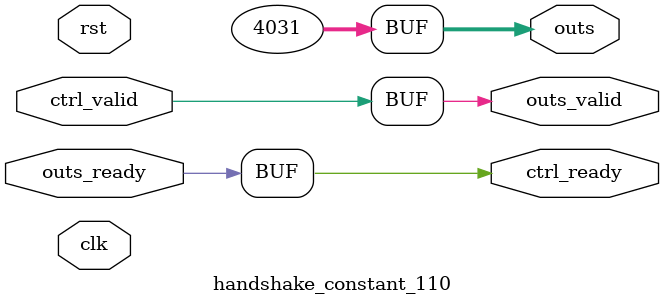
<source format=v>
`timescale 1ns / 1ps
module handshake_constant_110 #(
  parameter DATA_WIDTH = 32  // Default set to 32 bits
) (
  input                       clk,
  input                       rst,
  // Input Channel
  input                       ctrl_valid,
  output                      ctrl_ready,
  // Output Channel
  output [DATA_WIDTH - 1 : 0] outs,
  output                      outs_valid,
  input                       outs_ready
);
  assign outs       = 12'b111110111111;
  assign outs_valid = ctrl_valid;
  assign ctrl_ready = outs_ready;

endmodule

</source>
